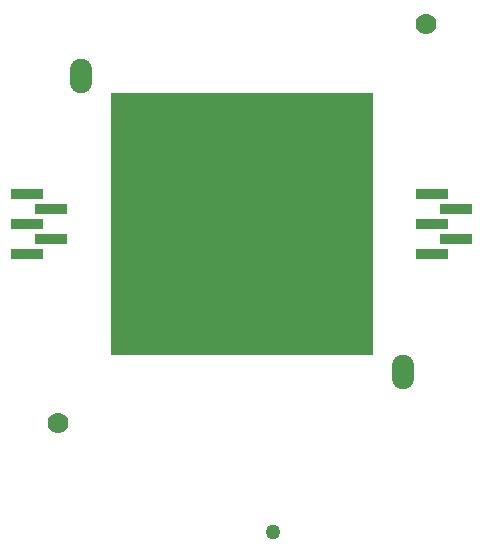
<source format=gts>
%FSLAX24Y24*%
%MOIN*%
G70*
G01*
G75*
G04 Layer_Color=8388736*
%ADD10C,0.0150*%
%ADD11R,0.1000X0.0291*%
%ADD12R,0.8661X0.8661*%
%ADD13O,0.0669X0.1102*%
%ADD14C,0.1100*%
%ADD15C,0.0400*%
%ADD16C,0.0300*%
%ADD17R,0.1000X0.1000*%
%ADD18R,0.1500X0.1000*%
%ADD19R,0.0394X0.0591*%
%ADD20R,0.0551X0.0547*%
%ADD21R,0.1913X0.1323*%
%ADD22R,0.0354X0.0197*%
%ADD23R,0.0591X0.0394*%
%ADD24R,0.0236X0.0551*%
%ADD25R,0.0236X0.0709*%
%ADD26R,0.0236X0.0512*%
%ADD27R,0.0197X0.0354*%
%ADD28R,0.0157X0.0354*%
%ADD29R,0.0512X0.0236*%
%ADD30R,0.1299X0.0532*%
%ADD31O,0.1181X0.1969*%
%ADD32C,0.0039*%
%ADD33C,0.0100*%
%ADD34R,0.0315X0.0540*%
%ADD35R,0.1060X0.0351*%
%ADD36R,0.8721X0.8721*%
%ADD37O,0.0729X0.1162*%
%ADD38C,0.0700*%
%ADD39C,0.0500*%
D35*
X-7150Y-1000D02*
D03*
X-6350Y-500D02*
D03*
X-7150Y0D02*
D03*
X-6350Y500D02*
D03*
X-7150Y1000D02*
D03*
X6350Y-1000D02*
D03*
X7150Y-500D02*
D03*
X6350Y0D02*
D03*
X7150Y500D02*
D03*
X6350Y1000D02*
D03*
D36*
X0Y0D02*
D03*
D37*
X-5358Y4937D02*
D03*
X5358Y-4937D02*
D03*
D38*
X-6130Y-6660D02*
D03*
X6130Y6660D02*
D03*
D39*
X1039Y-10288D02*
D03*
M02*

</source>
